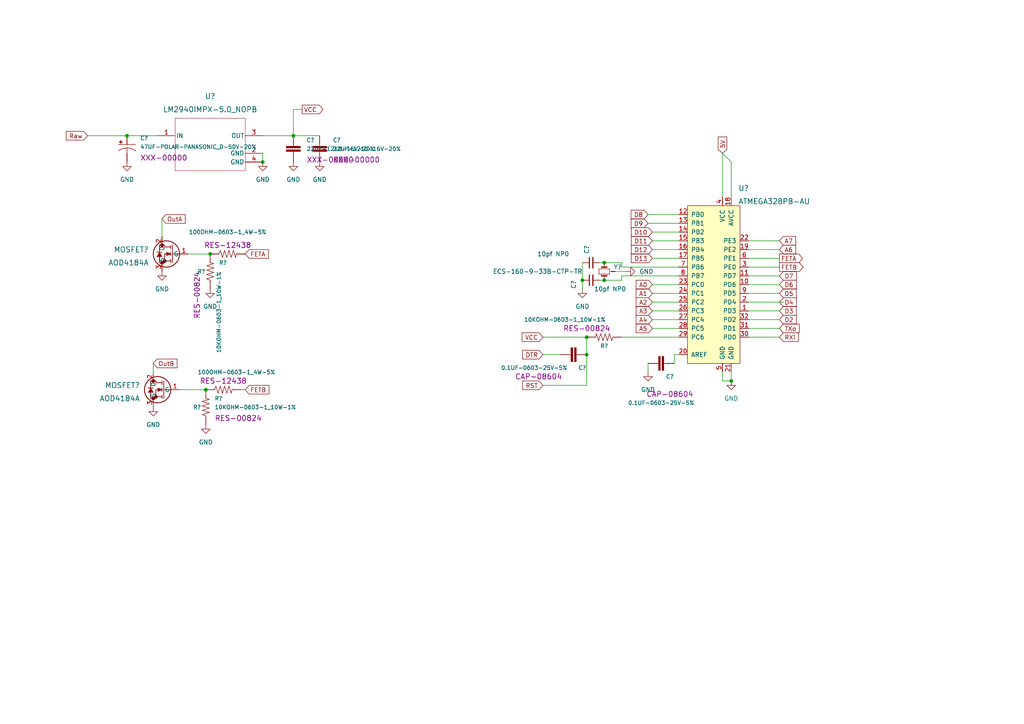
<source format=kicad_sch>
(kicad_sch (version 20211123) (generator eeschema)
  (paper "A4")
  (lib_symbols
    (symbol "Device:C_Small" (pin_numbers hide) (pin_names (offset 0.254) hide)
      (property "Reference" "C" (at 0.254 1.778 0))
      (property "Value" "C_Small" (at 0.254 -2.032 0))
      (symbol "C_Small_0_1"
        (polyline (pts (xy -1.524 -0.508) (xy 1.524 -0.508)) (stroke (width 0.3302)))
        (polyline (pts (xy -1.524 0.508) (xy 1.524 0.508)) (stroke (width 0.3048)))
      )
      (symbol "C_Small_1_1"
        (pin passive line (at 0 2.54 270) (length 2.032) (name "~") (number "1"))
        (pin passive line (at 0 -2.54 90) (length 2.032) (name "~") (number "2"))
      )
    )
    (symbol "Keith:LM2940IMPX-5.0_NOPB" (pin_names (offset 0.254))
      (property "Reference" "U" (at 0 2.54 0))
      (property "Value" "LM2940IMPX-5.0_NOPB" (at 0 0 0))
      (symbol "LM2940IMPX-5.0_NOPB_0_1"
        (polyline (pts (xy -10.16 -7.62) (xy 10.16 -7.62)) (stroke (width 0.1016)))
        (polyline (pts (xy -10.16 7.62) (xy -10.16 -7.62)) (stroke (width 0.1016)))
        (polyline (pts (xy 10.16 -7.62) (xy 10.16 7.62)) (stroke (width 0.1016)))
        (polyline (pts (xy 10.16 7.62) (xy -10.16 7.62)) (stroke (width 0.1016)))
        (pin power_in line (at -15.24 2.54 0) (length 5.08) (name "IN") (number "1"))
        (pin power_in line (at 15.24 -2.54 180) (length 5.08) (name "GND") (number "2"))
        (pin power_in line (at 15.24 2.54 180) (length 5.08) (name "OUT") (number "3"))
        (pin power_in line (at 15.24 -5.08 180) (length 5.08) (name "GND") (number "4"))
      )
    )
    (symbol "MY_KICAD_SCH:AOD4184A" (pin_names (offset 0.254))
      (property "Reference" "MOSFET" (at 11.43 1.905 0))
      (property "Value" "AOD4184A" (at 11.43 -2.54 0))
      (symbol "AOD4184A_0_1"
        (polyline (pts (xy 2.54 0) (xy 4.445 0)) (stroke (width 0.2032)))
        (polyline (pts (xy 4.572 -2.54) (xy 4.572 2.54)) (stroke (width 0.2032)))
        (polyline (pts (xy 5.08 -2.54) (xy 5.08 -1.524)) (stroke (width 0.2032)))
        (polyline (pts (xy 5.08 -2.032) (xy 6.858 -2.032)) (stroke (width 0.2032)))
        (polyline (pts (xy 5.08 -0.508) (xy 5.08 0.508)) (stroke (width 0.2032)))
        (polyline (pts (xy 5.08 1.524) (xy 5.08 2.54)) (stroke (width 0.2032)))
        (polyline (pts (xy 5.08 2.032) (xy 6.858 2.032)) (stroke (width 0.2032)))
        (polyline (pts (xy 6.35 0) (xy 6.858 0)) (stroke (width 0.2032)))
        (polyline (pts (xy 6.858 -2.54) (xy 6.858 0)) (stroke (width 0.2032)))
        (polyline (pts (xy 6.858 -2.54) (xy 8.382 -2.54)) (stroke (width 0.2032)))
        (polyline (pts (xy 6.858 2.032) (xy 6.858 2.54)) (stroke (width 0.2032)))
        (polyline (pts (xy 6.858 2.54) (xy 8.382 2.54)) (stroke (width 0.2032)))
        (polyline (pts (xy 8.382 -2.54) (xy 8.382 -0.762)) (stroke (width 0.2032)))
        (polyline (pts (xy 8.382 0.508) (xy 8.382 2.54)) (stroke (width 0.2032)))
        (polyline (pts (xy 9.144 0.508) (xy 7.62 0.508)) (stroke (width 0.2032)))
        (polyline (pts (xy 6.35 0.508) (xy 5.08 0) (xy 6.35 -0.508)) (fill (type outline)))
        (polyline (pts (xy 9.144 -0.762) (xy 7.62 -0.762) (xy 8.382 0.508)) (fill (type outline)))
        (circle (center 6.35 0) (radius 3.81) (stroke (width 0.254)))
        (circle (center 6.858 -2.032) (radius 0.0254) (stroke (width 0.508)))
        (circle (center 7.62 -2.54) (radius 0.0254) (stroke (width 0.508)))
        (circle (center 7.62 2.54) (radius 0.0254) (stroke (width 0.508)))
        (pin unspecified line (at 0 0 0) (length 2.54) (name "G") (number "1"))
        (pin unspecified line (at 7.62 5.08 270) (length 2.54) (name "D") (number "2"))
        (pin unspecified line (at 7.62 -5.08 90) (length 2.54) (name "S") (number "3"))
      )
    )
    (symbol "MY_KICAD_SCH:ECS-160-9-33B-CTP-TR" (pin_numbers hide) (pin_names (offset 1.016) hide)
      (property "Reference" "Y1" (at 2.54 1.2701 90))
      (property "Value" "ECS-160-9-33B-CTP-TR" (at 2.54 -1.2699 90))
      (symbol "ECS-160-9-33B-CTP-TR_0_1"
        (rectangle (start -0.762 -1.524) (end 0.762 1.524))
        (polyline (pts (xy -1.27 -0.762) (xy -1.27 0.762)) (stroke (width 0.381)))
        (polyline (pts (xy 1.27 -0.762) (xy 1.27 0.762)) (stroke (width 0.381)))
      )
      (symbol "ECS-160-9-33B-CTP-TR_1_1"
        (pin passive line (at -2.54 0 0) (length 1.27) (name "1") (number "1"))
        (pin passive line (at 0 -3.175 90) (length 1.27) (name "GND") (number "2"))
        (pin passive line (at 2.54 0 180) (length 1.27) (name "3") (number "3"))
        (pin passive line (at 0 -3.175 90) (length 1.27) (name "GND") (number "4"))
      )
    )
    (symbol "SparkFun-Capacitors:0.1UF-0603-25V-5%" (pin_numbers hide) (pin_names (offset 1.016) hide)
      (property "Reference" "C" (at 1.524 2.921 0))
      (property "Value" "0.1UF-0603-25V-5%" (at 1.524 -2.159 0))
      (property "Field4" "CAP-08604" (at 0 7.62 0))
      (symbol "0.1UF-0603-25V-5%_1_0"
        (polyline (pts (xy 0 0) (xy 0 0.508)))
        (polyline (pts (xy 0 2.54) (xy 0 2.032)))
      )
      (symbol "0.1UF-0603-25V-5%_1_1"
        (rectangle (start -2.032 0.508) (end 2.032 1.016) (fill (type outline)))
        (rectangle (start -2.032 1.524) (end 2.032 2.032) (fill (type outline)))
        (pin passive line (at 0 5.08 270) (length 2.54) (name "1") (number "1"))
        (pin passive line (at 0 -2.54 90) (length 2.54) (name "2") (number "2"))
      )
    )
    (symbol "SparkFun-Capacitors:22UF-1210-16V-20%" (pin_numbers hide) (pin_names (offset 1.016) hide)
      (property "Reference" "C" (at 1.524 2.921 0))
      (property "Value" "22UF-1210-16V-20%" (at 1.524 -2.159 0))
      (property "Field4" "XXX-00000" (at 0 7.62 0))
      (symbol "22UF-1210-16V-20%_1_0"
        (polyline (pts (xy 0 0) (xy 0 0.508)))
        (polyline (pts (xy 0 2.54) (xy 0 2.032)))
      )
      (symbol "22UF-1210-16V-20%_1_1"
        (rectangle (start -2.032 0.508) (end 2.032 1.016) (fill (type outline)))
        (rectangle (start -2.032 1.524) (end 2.032 2.032) (fill (type outline)))
        (pin passive line (at 0 5.08 270) (length 2.54) (name "1") (number "1"))
        (pin passive line (at 0 -2.54 90) (length 2.54) (name "2") (number "2"))
      )
    )
    (symbol "SparkFun-Capacitors:47UF-POLAR-PANASONIC_D-50V-20%" (pin_numbers hide) (pin_names (offset 1.016) hide)
      (property "Reference" "C" (at 1.016 0.635 0))
      (property "Value" "47UF-POLAR-PANASONIC_D-50V-20%" (at 1.016 -4.191 0))
      (property "Field4" "XXX-00000" (at 0 7.62 0))
      (symbol "47UF-POLAR-PANASONIC_D-50V-20%_1_0"
        (polyline (pts (xy -2.54 0) (xy 2.54 0)))
        (polyline (pts (xy 0 -1.016) (xy 0 -2.54)))
      )
      (symbol "47UF-POLAR-PANASONIC_D-50V-20%_1_1"
        (rectangle (start -2.2352 0.6604) (end -1.3462 0.7874) (fill (type outline)))
        (rectangle (start -1.8542 0.2794) (end -1.7272 1.1684) (fill (type outline)))
        (arc (start 0 -1.016) (mid -1.2939 -1.2289) (end -2.4638 -1.8288))
        (arc (start 2.4892 -1.8542) (mid 1.3167 -1.2157) (end 0 -0.9906))
        (pin passive line (at 0 2.54 270) (length 2.54) (name "+") (number "+"))
        (pin passive line (at 0 -5.08 90) (length 2.54) (name "-") (number "-"))
      )
    )
    (symbol "SparkFun-Resistors:100OHM-0603-1_4W-5%" (pin_numbers hide) (pin_names (offset 1.016) hide)
      (property "Reference" "R" (at -5.08 1.27 0))
      (property "Value" "100OHM-0603-1_4W-5%" (at -5.08 -3.81 0))
      (property "Field4" "RES-12438" (at 0 5.08 0))
      (symbol "100OHM-0603-1_4W-5%_1_0"
        (polyline (pts (xy -2.54 0) (xy -2.159 1.016)))
        (polyline (pts (xy -2.159 1.016) (xy -1.524 -1.016)))
        (polyline (pts (xy -1.524 -1.016) (xy -0.889 1.016)))
        (polyline (pts (xy -0.889 1.016) (xy -0.254 -1.016)))
        (polyline (pts (xy -0.254 -1.016) (xy 0.381 1.016)))
        (polyline (pts (xy 0.381 1.016) (xy 1.016 -1.016)))
        (polyline (pts (xy 1.016 -1.016) (xy 1.651 1.016)))
        (polyline (pts (xy 1.651 1.016) (xy 2.286 -1.016)))
        (polyline (pts (xy 2.286 -1.016) (xy 2.54 0)))
      )
      (symbol "100OHM-0603-1_4W-5%_1_1"
        (pin passive line (at -5.08 0 0) (length 2.54) (name "1") (number "1"))
        (pin passive line (at 5.08 0 180) (length 2.54) (name "2") (number "2"))
      )
    )
    (symbol "SparkFun-Resistors:10KOHM-0603-1_10W-1%" (pin_numbers hide) (pin_names (offset 1.016) hide)
      (property "Reference" "R" (at -5.08 1.27 0))
      (property "Value" "10KOHM-0603-1_10W-1%" (at -5.08 -3.81 0))
      (property "Field4" "RES-00824" (at 0 5.08 0))
      (symbol "10KOHM-0603-1_10W-1%_1_0"
        (polyline (pts (xy -2.54 0) (xy -2.159 1.016)))
        (polyline (pts (xy -2.159 1.016) (xy -1.524 -1.016)))
        (polyline (pts (xy -1.524 -1.016) (xy -0.889 1.016)))
        (polyline (pts (xy -0.889 1.016) (xy -0.254 -1.016)))
        (polyline (pts (xy -0.254 -1.016) (xy 0.381 1.016)))
        (polyline (pts (xy 0.381 1.016) (xy 1.016 -1.016)))
        (polyline (pts (xy 1.016 -1.016) (xy 1.651 1.016)))
        (polyline (pts (xy 1.651 1.016) (xy 2.286 -1.016)))
        (polyline (pts (xy 2.286 -1.016) (xy 2.54 0)))
      )
      (symbol "10KOHM-0603-1_10W-1%_1_1"
        (pin passive line (at -5.08 0 0) (length 2.54) (name "1") (number "1"))
        (pin passive line (at 5.08 0 180) (length 2.54) (name "2") (number "2"))
      )
    )
    (symbol "dk_Embedded-Microcontrollers:ATMEGA328PB-AU" (pin_names (offset 1.016))
      (property "Reference" "U" (at -10.16 13.97 0))
      (property "Value" "ATMEGA328PB-AU" (at -2.54 -7.62 90))
      (symbol "ATMEGA328PB-AU_0_1"
        (rectangle (start -10.16 12.7) (end 5.08 -33.02) (fill (type background)))
      )
      (symbol "ATMEGA328PB-AU_1_1"
        (pin bidirectional line (at 7.62 -17.78 180) (length 2.54) (name "PD3") (number "1"))
        (pin bidirectional line (at 7.62 -10.16 180) (length 2.54) (name "PD6") (number "10"))
        (pin bidirectional line (at 7.62 -7.62 180) (length 2.54) (name "PD7") (number "11"))
        (pin bidirectional line (at -12.7 10.16 0) (length 2.54) (name "PB0") (number "12"))
        (pin bidirectional line (at -12.7 7.62 0) (length 2.54) (name "PB1") (number "13"))
        (pin bidirectional line (at -12.7 5.08 0) (length 2.54) (name "PB2") (number "14"))
        (pin bidirectional line (at -12.7 2.54 0) (length 2.54) (name "PB3") (number "15"))
        (pin bidirectional line (at -12.7 0 0) (length 2.54) (name "PB4") (number "16"))
        (pin bidirectional line (at -12.7 -2.54 0) (length 2.54) (name "PB5") (number "17"))
        (pin power_in line (at 2.54 15.24 270) (length 2.54) (name "AVCC") (number "18"))
        (pin bidirectional line (at 7.62 0 180) (length 2.54) (name "PE2") (number "19"))
        (pin bidirectional line (at 7.62 -15.24 180) (length 2.54) (name "PD4") (number "2"))
        (pin input line (at -12.7 -30.48 0) (length 2.54) (name "AREF") (number "20"))
        (pin power_in line (at 2.54 -35.56 90) (length 2.54) (name "GND") (number "21"))
        (pin bidirectional line (at 7.62 2.54 180) (length 2.54) (name "PE3") (number "22"))
        (pin bidirectional line (at -12.7 -10.16 0) (length 2.54) (name "PC0") (number "23"))
        (pin bidirectional line (at -12.7 -12.7 0) (length 2.54) (name "PC1") (number "24"))
        (pin bidirectional line (at -12.7 -15.24 0) (length 2.54) (name "PC2") (number "25"))
        (pin bidirectional line (at -12.7 -17.78 0) (length 2.54) (name "PC3") (number "26"))
        (pin bidirectional line (at -12.7 -20.32 0) (length 2.54) (name "PC4") (number "27"))
        (pin bidirectional line (at -12.7 -22.86 0) (length 2.54) (name "PC5") (number "28"))
        (pin bidirectional line (at -12.7 -25.4 0) (length 2.54) (name "PC6") (number "29"))
        (pin bidirectional line (at 7.62 -5.08 180) (length 2.54) (name "PE0") (number "3"))
        (pin bidirectional line (at 7.62 -25.4 180) (length 2.54) (name "PD0") (number "30"))
        (pin bidirectional line (at 7.62 -22.86 180) (length 2.54) (name "PD1") (number "31"))
        (pin bidirectional line (at 7.62 -20.32 180) (length 2.54) (name "PD2") (number "32"))
        (pin power_in line (at 0 15.24 270) (length 2.54) (name "VCC") (number "4"))
        (pin power_in line (at 0 -35.56 90) (length 2.54) (name "GND") (number "5"))
        (pin bidirectional line (at 7.62 -2.54 180) (length 2.54) (name "PE1") (number "6"))
        (pin bidirectional line (at -12.7 -5.08 0) (length 2.54) (name "PB6") (number "7"))
        (pin bidirectional line (at -12.7 -7.62 0) (length 2.54) (name "PB7") (number "8"))
        (pin bidirectional line (at 7.62 -12.7 180) (length 2.54) (name "PD5") (number "9"))
      )
    )
    (symbol "power:GND" (power) (pin_names (offset 0))
      (property "Value" "GND" (at 0 -3.81 0))
      (symbol "GND_0_1"
        (polyline (pts (xy 0 0) (xy 0 -1.27) (xy 1.27 -1.27) (xy 0 -2.54) (xy -1.27 -1.27) (xy 0 -1.27)))
      )
      (symbol "GND_1_1"
        (pin power_in line (at 0 0 270) (length 0) hide (name "GND") (number "1"))
      )
    )
  )
  (junction (at 175.26 76.2))
  (junction (at 170.18 102.87))
  (junction (at 175.26 81.28))
  (junction (at 60.96 73.66))
  (junction (at 59.69 113.03))
  (junction (at 170.18 97.79))
  (junction (at 85.09 39.37))
  (junction (at 212.09 110.49))
  (junction (at 168.91 81.28))
  (junction (at 76.2 46.99))
  (junction (at 36.83 39.37))
  (wire (pts (xy 217.17 77.47) (xy 226.06 77.47)))
  (wire (pts (xy 195.58 102.87) (xy 196.85 102.87)))
  (wire (pts (xy 46.99 63.5) (xy 46.99 68.58)))
  (wire (pts (xy 189.23 72.39) (xy 196.85 72.39)))
  (wire (pts (xy 217.17 97.79) (xy 226.06 97.79)))
  (wire (pts (xy 189.23 67.31) (xy 196.85 67.31)))
  (wire (pts (xy 69.85 113.03) (xy 71.12 113.03)))
  (wire (pts (xy 59.69 113.03) (xy 52.07 113.03)))
  (wire (pts (xy 187.96 62.23) (xy 196.85 62.23)))
  (wire (pts (xy 170.18 97.79) (xy 170.18 102.87)))
  (wire (pts (xy 168.91 81.28) (xy 168.91 83.82)))
  (wire (pts (xy 212.09 110.49) (xy 209.55 110.49)))
  (wire (pts (xy 85.09 31.75) (xy 87.63 31.75)))
  (wire (pts (xy 168.91 76.2) (xy 168.91 81.28)))
  (wire (pts (xy 60.96 73.66) (xy 54.61 73.66)))
  (wire (pts (xy 189.23 92.71) (xy 196.85 92.71)))
  (wire (pts (xy 217.17 85.09) (xy 226.06 85.09)))
  (wire (pts (xy 195.58 105.41) (xy 195.58 102.87)))
  (wire (pts (xy 189.23 95.25) (xy 196.85 95.25)))
  (wire (pts (xy 180.34 77.47) (xy 180.34 76.2)))
  (wire (pts (xy 189.23 85.09) (xy 196.85 85.09)))
  (wire (pts (xy 44.45 105.41) (xy 44.45 107.95)))
  (wire (pts (xy 189.23 87.63) (xy 196.85 87.63)))
  (wire (pts (xy 157.48 111.76) (xy 170.18 111.76)))
  (wire (pts (xy 36.83 39.37) (xy 45.72 39.37)))
  (wire (pts (xy 217.17 92.71) (xy 226.06 92.71)))
  (wire (pts (xy 187.96 107.95) (xy 187.96 105.41)))
  (wire (pts (xy 173.99 81.28) (xy 175.26 81.28)))
  (wire (pts (xy 217.17 95.25) (xy 226.06 95.25)))
  (wire (pts (xy 180.34 80.01) (xy 196.85 80.01)))
  (wire (pts (xy 85.09 39.37) (xy 92.71 39.37)))
  (wire (pts (xy 217.17 87.63) (xy 227.33 87.63)))
  (wire (pts (xy 180.34 80.01) (xy 180.34 81.28)))
  (wire (pts (xy 173.99 76.2) (xy 175.26 76.2)))
  (wire (pts (xy 189.23 69.85) (xy 196.85 69.85)))
  (wire (pts (xy 196.85 77.47) (xy 180.34 77.47)))
  (wire (pts (xy 85.09 39.37) (xy 85.09 31.75)))
  (wire (pts (xy 170.18 102.87) (xy 170.18 111.76)))
  (wire (pts (xy 25.4 39.37) (xy 36.83 39.37)))
  (wire (pts (xy 217.17 80.01) (xy 226.06 80.01)))
  (wire (pts (xy 209.55 44.45) (xy 212.09 46.99)))
  (wire (pts (xy 212.09 57.15) (xy 212.09 46.99)))
  (wire (pts (xy 175.26 76.2) (xy 180.34 76.2)))
  (wire (pts (xy 217.17 74.93) (xy 226.06 74.93)))
  (wire (pts (xy 187.96 64.77) (xy 196.85 64.77)))
  (wire (pts (xy 178.435 78.74) (xy 181.61 78.74)))
  (wire (pts (xy 175.26 81.28) (xy 180.34 81.28)))
  (wire (pts (xy 189.23 82.55) (xy 196.85 82.55)))
  (wire (pts (xy 189.23 74.93) (xy 196.85 74.93)))
  (wire (pts (xy 180.34 97.79) (xy 196.85 97.79)))
  (wire (pts (xy 217.17 90.17) (xy 226.06 90.17)))
  (wire (pts (xy 189.23 90.17) (xy 196.85 90.17)))
  (wire (pts (xy 217.17 72.39) (xy 226.06 72.39)))
  (wire (pts (xy 76.2 39.37) (xy 85.09 39.37)))
  (wire (pts (xy 209.55 44.45) (xy 209.55 57.15)))
  (wire (pts (xy 157.48 102.87) (xy 162.56 102.87)))
  (wire (pts (xy 212.09 107.95) (xy 212.09 110.49)))
  (wire (pts (xy 157.48 97.79) (xy 170.18 97.79)))
  (wire (pts (xy 217.17 69.85) (xy 226.06 69.85)))
  (wire (pts (xy 76.2 44.45) (xy 76.2 46.99)))
  (wire (pts (xy 209.55 110.49) (xy 209.55 107.95)))
  (wire (pts (xy 217.17 82.55) (xy 226.06 82.55)))
  (global_label "5V" (shape input) (at 209.55 44.45 90) (property "Intersheet References" "${INTERSHEET_REFS}" (effects hide)))
  (global_label "D3" (shape input) (at 226.06 90.17 0) (property "Intersheet References" "${INTERSHEET_REFS}" (effects hide)))
  (global_label "D5" (shape input) (at 226.06 85.09 0) (property "Intersheet References" "${INTERSHEET_REFS}" (effects hide)))
  (global_label "A0" (shape input) (at 189.23 82.55 180) (property "Intersheet References" "${INTERSHEET_REFS}" (effects hide)))
  (global_label "D4" (shape input) (at 226.06 87.63 0) (property "Intersheet References" "${INTERSHEET_REFS}" (effects hide)))
  (global_label "A3" (shape input) (at 189.23 90.17 180) (property "Intersheet References" "${INTERSHEET_REFS}" (effects hide)))
  (global_label "D6" (shape input) (at 226.06 82.55 0) (property "Intersheet References" "${INTERSHEET_REFS}" (effects hide)))
  (global_label "RXi" (shape input) (at 226.06 97.79 0) (property "Intersheet References" "${INTERSHEET_REFS}" (effects hide)))
  (global_label "D7" (shape input) (at 226.06 80.01 0) (property "Intersheet References" "${INTERSHEET_REFS}" (effects hide)))
  (global_label "Raw" (shape input) (at 25.4 39.37 180) (property "Intersheet References" "${INTERSHEET_REFS}" (effects hide)))
  (global_label "VCC" (shape input) (at 157.48 97.79 180) (property "Intersheet References" "${INTERSHEET_REFS}" (effects hide)))
  (global_label "VCC" (shape output) (at 87.63 31.75 0) (property "Intersheet References" "${INTERSHEET_REFS}" (effects hide)))
  (global_label "D10" (shape input) (at 189.23 67.31 180) (property "Intersheet References" "${INTERSHEET_REFS}" (effects hide)))
  (global_label "A4" (shape input) (at 189.23 92.71 180) (property "Intersheet References" "${INTERSHEET_REFS}" (effects hide)))
  (global_label "D11" (shape input) (at 189.23 69.85 180) (property "Intersheet References" "${INTERSHEET_REFS}" (effects hide)))
  (global_label "FETB" (shape input) (at 71.12 113.03 0) (property "Intersheet References" "${INTERSHEET_REFS}" (effects hide)))
  (global_label "A7" (shape input) (at 226.06 69.85 0) (property "Intersheet References" "${INTERSHEET_REFS}" (effects hide)))
  (global_label "FETA" (shape input) (at 71.12 73.66 0) (property "Intersheet References" "${INTERSHEET_REFS}" (effects hide)))
  (global_label "D9" (shape input) (at 187.96 64.77 180) (property "Intersheet References" "${INTERSHEET_REFS}" (effects hide)))
  (global_label "D13" (shape input) (at 189.23 74.93 180) (property "Intersheet References" "${INTERSHEET_REFS}" (effects hide)))
  (global_label "A1" (shape input) (at 189.23 85.09 180) (property "Intersheet References" "${INTERSHEET_REFS}" (effects hide)))
  (global_label "A6" (shape input) (at 226.06 72.39 0) (property "Intersheet References" "${INTERSHEET_REFS}" (effects hide)))
  (global_label "A5" (shape input) (at 189.23 95.25 180) (property "Intersheet References" "${INTERSHEET_REFS}" (effects hide)))
  (global_label "RST" (shape input) (at 157.48 111.76 180) (property "Intersheet References" "${INTERSHEET_REFS}" (effects hide)))
  (global_label "OutB" (shape input) (at 44.45 105.41 0) (property "Intersheet References" "${INTERSHEET_REFS}" (effects hide)))
  (global_label "D12" (shape input) (at 189.23 72.39 180) (property "Intersheet References" "${INTERSHEET_REFS}" (effects hide)))
  (global_label "DTR" (shape input) (at 157.48 102.87 180) (property "Intersheet References" "${INTERSHEET_REFS}" (effects hide)))
  (global_label "FETB" (shape output) (at 226.06 77.47 0) (property "Intersheet References" "${INTERSHEET_REFS}" (effects hide)))
  (global_label "OutA" (shape input) (at 46.99 63.5 0) (property "Intersheet References" "${INTERSHEET_REFS}" (effects hide)))
  (global_label "A2" (shape input) (at 189.23 87.63 180) (property "Intersheet References" "${INTERSHEET_REFS}" (effects hide)))
  (global_label "FETA" (shape output) (at 226.06 74.93 0) (property "Intersheet References" "${INTERSHEET_REFS}" (effects hide)))
  (global_label "D8" (shape input) (at 187.96 62.23 180) (property "Intersheet References" "${INTERSHEET_REFS}" (effects hide)))
  (global_label "D2" (shape input) (at 226.06 92.71 0) (property "Intersheet References" "${INTERSHEET_REFS}" (effects hide)))
  (global_label "TXo" (shape input) (at 226.06 95.25 0) (property "Intersheet References" "${INTERSHEET_REFS}" (effects hide)))
  (symbol (lib_id "SparkFun-Capacitors:0.1UF-0603-25V-5%") (at 193.04 105.41 90) (unit 1)
    (property "Reference" "C?" (at 194.31 109.22 90) (effects (font (size 1.143 1.143))))
    (property "Value" "0.1UF-0603-25V-5%" (at 191.77 116.84 90) (effects (font (size 1.143 1.143))))
    (property "Footprint" "0603" (effects hide))
    (property "Field4" "CAP-08604" (at 194.31 114.3 90) (effects (font (size 1.524 1.524))))
  )
  (symbol (lib_id "Keith:LM2940IMPX-5.0_NOPB") (at 60.96 41.91 0) (unit 1)
    (property "Reference" "U?" (at 60.96 27.94 0) (effects (font (size 1.524 1.524))))
    (property "Value" "LM2940IMPX-5.0_NOPB" (at 60.96 31.75 0) (effects (font (size 1.524 1.524))))
    (property "Footprint" "DCY0004A_N" (effects hide))
    (property "Datasheet" "LM2940IMPX-5.0/NOPB" (effects hide))
  )
  (symbol (lib_id "power:GND") (at 212.09 110.49 0) (unit 1)
    (property "Reference" "#PWR?" (effects hide))
    (property "Value" "GND" (at 212.09 115.57 0))
  )
  (symbol (lib_id "power:GND") (at 181.61 78.74 90) (unit 1)
    (property "Reference" "#PWR?" (effects hide))
    (property "Value" "GND" (at 185.42 78.7399 90) (effects (justify right)))
  )
  (symbol (lib_id "power:GND") (at 168.91 83.82 0) (unit 1)
    (property "Reference" "#PWR?" (effects hide))
    (property "Value" "GND" (at 168.91 88.9 0))
  )
  (symbol (lib_id "dk_Embedded-Microcontrollers:ATMEGA328PB-AU") (at 209.55 72.39 0) (unit 1)
    (property "Reference" "U?" (at 214.1094 54.61 0) (effects (font (size 1.524 1.524)) (justify left)))
    (property "Value" "ATMEGA328PB-AU" (at 214.1094 58.42 0) (effects (font (size 1.524 1.524)) (justify left)))
    (property "Footprint" "digikey-footprints:TQFP-32_7x7mm" (effects hide))
    (property "Datasheet" "http://www.microchip.com/mymicrochip/filehandler.aspx?ddocname=en589666" (effects hide))
    (property "Digi-Key_PN" "ATMEGA328PB-AU-ND" (effects hide))
    (property "MPN" "ATMEGA328PB-AU" (effects hide))
    (property "Category" "Integrated Circuits (ICs)" (effects hide))
    (property "Family" "Embedded - Microcontrollers" (effects hide))
    (property "DK_Datasheet_Link" "http://www.microchip.com/mymicrochip/filehandler.aspx?ddocname=en589666" (effects hide))
    (property "DK_Detail_Page" "/product-detail/en/microchip-technology/ATMEGA328PB-AU/ATMEGA328PB-AU-ND/5638812" (effects hide))
    (property "Description" "IC MCU 8BIT 32KB FLASH 32TQFP" (effects hide))
    (property "Manufacturer" "Microchip Technology" (effects hide))
    (property "Status" "Active" (effects hide))
  )
  (symbol (lib_id "SparkFun-Resistors:100OHM-0603-1_4W-5%") (at 64.77 113.03 0) (unit 1)
    (property "Reference" "R?" (at 57.15 118.11 0) (effects (font (size 1.143 1.143))))
    (property "Value" "100OHM-0603-1_4W-5%" (at 68.58 107.95 0) (effects (font (size 1.143 1.143))))
    (property "Footprint" "0603" (effects hide))
    (property "Field4" "RES-12438" (at 64.77 110.49 0) (effects (font (size 1.524 1.524))))
  )
  (symbol (lib_id "power:GND") (at 76.2 46.99 0) (unit 1)
    (property "Reference" "#PWR?" (effects hide))
    (property "Value" "GND" (at 76.2 52.07 0))
  )
  (symbol (lib_id "SparkFun-Resistors:10KOHM-0603-1_10W-1%") (at 60.96 78.74 90) (unit 1)
    (property "Reference" "R?" (at 63.5 76.2 90) (effects (font (size 1.143 1.143)) (justify right)))
    (property "Value" "10KOHM-0603-1_10W-1%" (at 63.5 78.74 0) (effects (font (size 1.143 1.143)) (justify right)))
    (property "Footprint" "0603" (effects hide))
    (property "Field4" "RES-00824" (at 57.15 78.74 0) (effects (font (size 1.524 1.524)) (justify right)))
  )
  (symbol (lib_id "power:GND") (at 36.83 46.99 0) (unit 1)
    (property "Reference" "#PWR?" (effects hide))
    (property "Value" "GND" (at 36.83 52.07 0))
  )
  (symbol (lib_id "power:GND") (at 92.71 46.99 0) (unit 1)
    (property "Reference" "#PWR?" (effects hide))
    (property "Value" "GND" (at 92.71 52.07 0))
  )
  (symbol (lib_id "power:GND") (at 44.45 118.11 0) (unit 1)
    (property "Reference" "#PWR?" (effects hide))
    (property "Value" "GND" (at 44.45 123.19 0))
  )
  (symbol (lib_id "SparkFun-Capacitors:0.1UF-0603-25V-5%") (at 167.64 102.87 90) (unit 1)
    (property "Reference" "C?" (at 168.91 106.68 90) (effects (font (size 1.143 1.143))))
    (property "Value" "0.1UF-0603-25V-5%" (at 154.94 106.68 90) (effects (font (size 1.143 1.143))))
    (property "Footprint" "0603" (effects hide))
    (property "Field4" "CAP-08604" (at 156.21 109.22 90) (effects (font (size 1.524 1.524))))
  )
  (symbol (lib_id "SparkFun-Capacitors:22UF-1210-16V-20%") (at 85.09 44.45 0) (unit 1)
    (property "Reference" "C?" (at 88.9 40.64 0) (effects (font (size 1.143 1.143)) (justify left)))
    (property "Value" "22UF-1210-16V-20%" (at 88.9 43.18 0) (effects (font (size 1.143 1.143)) (justify left)))
    (property "Footprint" "1210" (effects hide))
    (property "Field4" "XXX-00000" (at 88.9 46.355 0) (effects (font (size 1.524 1.524)) (justify left)))
  )
  (symbol (lib_id "MY_KICAD_SCH:ECS-160-9-33B-CTP-TR") (at 175.26 78.74 90) (unit 1)
    (property "Reference" "Y?" (at 180.34 77.47 90) (effects (justify left)))
    (property "Value" "ECS-160-9-33B-CTP-TR" (at 168.91 78.74 90) (effects (justify left)))
    (property "Footprint" "Crystal:Crystal_SMD_3225-4Pin_3.2x2.5mm" (effects hide))
  )
  (symbol (lib_id "MY_KICAD_SCH:AOD4184A") (at 52.07 113.03 0) (mirror y) (unit 1)
    (property "Reference" "MOSFET?" (at 40.64 111.76 0) (effects (font (size 1.524 1.524)) (justify left)))
    (property "Value" "AOD4184A" (at 40.64 115.57 0) (effects (font (size 1.524 1.524)) (justify left)))
    (property "Footprint" "TO252_AOS" (effects hide))
    (property "Datasheet" "AOD4184A" (effects hide))
  )
  (symbol (lib_id "power:GND") (at 59.69 123.19 0) (unit 1)
    (property "Reference" "#PWR?" (effects hide))
    (property "Value" "GND" (at 59.69 128.27 0))
  )
  (symbol (lib_id "SparkFun-Resistors:10KOHM-0603-1_10W-1%") (at 59.69 118.11 90) (unit 1)
    (property "Reference" "R?" (at 62.23 115.57 90) (effects (font (size 1.143 1.143)) (justify right)))
    (property "Value" "10KOHM-0603-1_10W-1%" (at 62.23 118.11 90) (effects (font (size 1.143 1.143)) (justify right)))
    (property "Footprint" "0603" (effects hide))
    (property "Field4" "RES-00824" (at 62.23 121.285 90) (effects (font (size 1.524 1.524)) (justify right)))
  )
  (symbol (lib_id "SparkFun-Capacitors:22UF-1210-16V-20%") (at 92.71 44.45 0) (unit 1)
    (property "Reference" "C?" (at 96.52 40.64 0) (effects (font (size 1.143 1.143)) (justify left)))
    (property "Value" "22UF-1210-16V-20%" (at 96.52 43.18 0) (effects (font (size 1.143 1.143)) (justify left)))
    (property "Footprint" "1210" (effects hide))
    (property "Field4" "XXX-00000" (at 96.52 46.355 0) (effects (font (size 1.524 1.524)) (justify left)))
  )
  (symbol (lib_id "SparkFun-Resistors:100OHM-0603-1_4W-5%") (at 66.04 73.66 0) (unit 1)
    (property "Reference" "R?" (at 58.42 78.74 0) (effects (font (size 1.143 1.143))))
    (property "Value" "100OHM-0603-1_4W-5%" (at 66.04 67.31 0) (effects (font (size 1.143 1.143))))
    (property "Footprint" "0603" (effects hide))
    (property "Field4" "RES-12438" (at 66.04 71.12 0) (effects (font (size 1.524 1.524))))
  )
  (symbol (lib_id "Device:C_Small") (at 171.45 81.28 90) (unit 1)
    (property "Reference" "C?" (at 166.37 83.82 0) (effects (justify left)))
    (property "Value" "10pf NP0" (at 181.61 83.82 90) (effects (justify left)))
    (property "Footprint" "Capacitor_SMD:C_0805_2012Metric" (effects hide))
  )
  (symbol (lib_id "power:GND") (at 85.09 46.99 0) (unit 1)
    (property "Reference" "#PWR?" (effects hide))
    (property "Value" "GND" (at 85.09 52.07 0))
  )
  (symbol (lib_id "Device:C_Small") (at 171.45 76.2 90) (unit 1)
    (property "Reference" "C?" (at 170.1862 73.66 0) (effects (justify left)))
    (property "Value" "10pf NP0" (at 165.1 73.66 90) (effects (justify left)))
    (property "Footprint" "Capacitor_SMD:C_0805_2012Metric" (effects hide))
  )
  (symbol (lib_id "power:GND") (at 187.96 107.95 0) (unit 1)
    (property "Reference" "#PWR?" (effects hide))
    (property "Value" "GND" (at 187.96 113.03 0))
  )
  (symbol (lib_id "power:GND") (at 46.99 78.74 0) (unit 1)
    (property "Reference" "#PWR?" (effects hide))
    (property "Value" "GND" (at 46.99 83.82 0))
  )
  (symbol (lib_id "SparkFun-Resistors:10KOHM-0603-1_10W-1%") (at 175.26 97.79 180) (unit 1)
    (property "Reference" "R?" (at 175.26 100.33 0) (effects (font (size 1.143 1.143))))
    (property "Value" "10KOHM-0603-1_10W-1%" (at 163.83 92.71 0) (effects (font (size 1.143 1.143))))
    (property "Footprint" "0603" (effects hide))
    (property "Field4" "RES-00824" (at 170.18 95.25 0) (effects (font (size 1.524 1.524))))
  )
  (symbol (lib_id "MY_KICAD_SCH:AOD4184A") (at 54.61 73.66 0) (mirror y) (unit 1)
    (property "Reference" "MOSFET?" (at 43.18 72.39 0) (effects (font (size 1.524 1.524)) (justify left)))
    (property "Value" "AOD4184A" (at 43.18 76.2 0) (effects (font (size 1.524 1.524)) (justify left)))
    (property "Footprint" "TO252_AOS" (effects hide))
    (property "Datasheet" "AOD4184A" (effects hide))
  )
  (symbol (lib_id "power:GND") (at 60.96 83.82 0) (unit 1)
    (property "Reference" "#PWR?" (effects hide))
    (property "Value" "GND" (at 60.96 88.9 0))
  )
  (symbol (lib_id "SparkFun-Capacitors:47UF-POLAR-PANASONIC_D-50V-20%") (at 36.83 41.91 0) (unit 1)
    (property "Reference" "C?" (at 40.64 40.0558 0) (effects (font (size 1.143 1.143)) (justify left)))
    (property "Value" "47UF-POLAR-PANASONIC_D-50V-20%" (at 40.64 42.5958 0) (effects (font (size 1.143 1.143)) (justify left)))
    (property "Footprint" "PANASONIC_D" (effects hide))
    (property "Field4" "XXX-00000" (at 40.64 45.7708 0) (effects (font (size 1.524 1.524)) (justify left)))
  )
)
</source>
